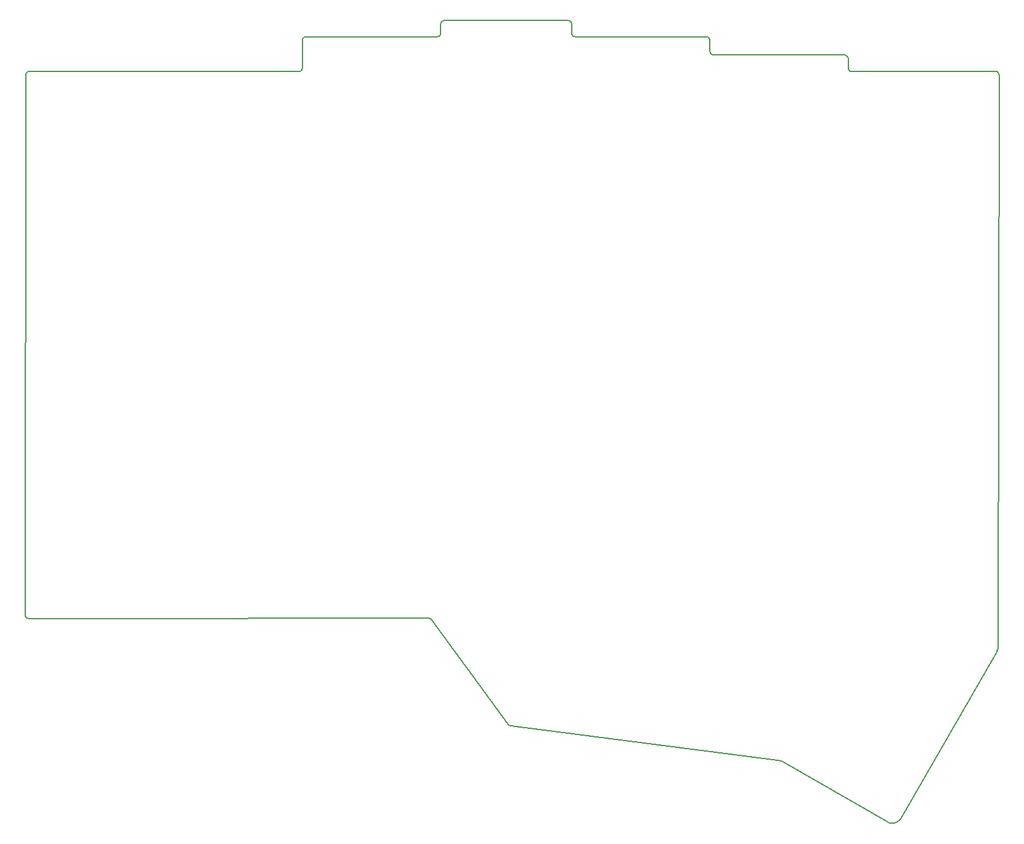
<source format=gm1>
G04 #@! TF.GenerationSoftware,KiCad,Pcbnew,8.0.5*
G04 #@! TF.CreationDate,2024-10-13T19:50:00+02:00*
G04 #@! TF.ProjectId,corne-backplate,636f726e-652d-4626-9163-6b706c617465,2.0*
G04 #@! TF.SameCoordinates,Original*
G04 #@! TF.FileFunction,Profile,NP*
%FSLAX46Y46*%
G04 Gerber Fmt 4.6, Leading zero omitted, Abs format (unit mm)*
G04 Created by KiCad (PCBNEW 8.0.5) date 2024-10-13 19:50:00*
%MOMM*%
%LPD*%
G01*
G04 APERTURE LIST*
G04 #@! TA.AperFunction,Profile*
%ADD10C,0.200000*%
G04 #@! TD*
G04 APERTURE END LIST*
D10*
X125959253Y-36781358D02*
X126060853Y-36880418D01*
X68612790Y-112377582D02*
X68495950Y-112291222D01*
X87658631Y-30078304D02*
X87529091Y-30009724D01*
X50760087Y-36778818D02*
X50831207Y-36649278D01*
X88059951Y-32130622D02*
X88192030Y-32201742D01*
X146481122Y-116231282D02*
X146498902Y-116048402D01*
X79420479Y-126972407D02*
X79509379Y-126980027D01*
X88192030Y-32201742D02*
X88359670Y-32229682D01*
X146402383Y-116551322D02*
X146448102Y-116396382D01*
X132257507Y-140332794D02*
X132409907Y-140281994D01*
X133057606Y-139761295D02*
X146283373Y-116827657D01*
X50831207Y-36649278D02*
X50859147Y-36481638D01*
X106360632Y-32229682D02*
X100411958Y-32229682D01*
X50889627Y-32562422D02*
X50859147Y-32730062D01*
X125860193Y-36479098D02*
X125890673Y-36651818D01*
X87358911Y-29979244D02*
X87358911Y-29979244D01*
X87859291Y-30479624D02*
X87831351Y-30309444D01*
X131901907Y-140378514D02*
X132089867Y-140365814D01*
X50358768Y-36979478D02*
X50531488Y-36951538D01*
X116512062Y-131798403D02*
X116339342Y-131770463D01*
X131393908Y-140279454D02*
X131546307Y-140330254D01*
X12859845Y-112029602D02*
X12961445Y-112131202D01*
X107061672Y-34629980D02*
X107191212Y-34701100D01*
X13188444Y-37009958D02*
X13058905Y-37081077D01*
X68495950Y-112291222D02*
X68348630Y-112237882D01*
X132887056Y-139959939D02*
X132983576Y-139850719D01*
X146507833Y-37180137D02*
X146408773Y-37078537D01*
X51359527Y-32229682D02*
X51189347Y-32260162D01*
X68348630Y-112237882D02*
X68259730Y-112210000D01*
X69860868Y-31729303D02*
X69860868Y-31729303D01*
X12959845Y-37182677D02*
X12888725Y-37312217D01*
X87529091Y-30009724D02*
X87358911Y-29979244D01*
X62411056Y-32229682D02*
X51359527Y-32229682D01*
X69959928Y-30182444D02*
X69888808Y-30311984D01*
X132539076Y-140219018D02*
X132666076Y-140145358D01*
X69860868Y-30479624D02*
X69858328Y-31729303D01*
X70188528Y-30009724D02*
X70058988Y-30080844D01*
X68612790Y-112377582D02*
X79156319Y-126832708D01*
X87889771Y-31902023D02*
X87960891Y-32031562D01*
X87859291Y-31729303D02*
X87859291Y-30479624D01*
X69660209Y-32130622D02*
X69761809Y-32029022D01*
X70058988Y-30080844D02*
X69959928Y-30182444D01*
X88359670Y-32229682D02*
X88359670Y-32229682D01*
X132983576Y-139850719D02*
X133044536Y-139766899D01*
X106759412Y-32430342D02*
X106657812Y-32328742D01*
X146276693Y-37009958D02*
X146109053Y-36979478D01*
X125527454Y-34759520D02*
X125359814Y-34729040D01*
X69888808Y-30311984D02*
X69860868Y-30479624D01*
X146410373Y-116550798D02*
X146458633Y-116393318D01*
X146283373Y-116827657D02*
X146351953Y-116693038D01*
X13261164Y-112230262D02*
X13261164Y-112230262D01*
X146498902Y-116048402D02*
X146501442Y-115954422D01*
X106960072Y-34530920D02*
X107061672Y-34629980D01*
X69860868Y-30479624D02*
X69860868Y-30479624D01*
X126060853Y-36880418D02*
X126190393Y-36951538D01*
X87358911Y-29979244D02*
X70358708Y-29979244D01*
X13058905Y-37081077D02*
X12959845Y-37182677D01*
X68259730Y-112210000D02*
X62300896Y-112210000D01*
X146351953Y-116693038D02*
X146410373Y-116550798D01*
X146509433Y-116040258D02*
X146509433Y-115956438D01*
X51059807Y-32331282D02*
X50958207Y-32432882D01*
X106830532Y-32559882D02*
X106759412Y-32430342D01*
X132905206Y-139951795D02*
X132999186Y-139842575D01*
X132246976Y-140333318D02*
X132401916Y-140282518D01*
X132782916Y-140058999D02*
X132887056Y-139959939D01*
X132554686Y-140215954D02*
X132679146Y-140142294D01*
X87859291Y-31729303D02*
X87889771Y-31902023D01*
X13472500Y-36979478D02*
X13188444Y-37009958D01*
X100411958Y-32229682D02*
X88359670Y-32229682D01*
X12860785Y-37479857D02*
X12760785Y-111729883D01*
X79509379Y-126980027D02*
X116179323Y-131750143D01*
X131129748Y-140142294D02*
X131254208Y-140215954D01*
X131246217Y-140216478D02*
X131383377Y-140279978D01*
X132666076Y-140145358D02*
X132782916Y-140058999D01*
X50859147Y-36481638D02*
X50859147Y-36479098D01*
X146609433Y-37479857D02*
X146509433Y-115956438D01*
X131891377Y-140379038D02*
X132079337Y-140366338D01*
X69830389Y-31899483D02*
X69860868Y-31729303D01*
X107191212Y-34701100D02*
X107358851Y-34729040D01*
X70358708Y-29979244D02*
X70188528Y-30009724D01*
X50958207Y-32432882D02*
X50889627Y-32562422D01*
X69761809Y-32029022D02*
X69830389Y-31899483D01*
X126360573Y-36979478D02*
X126360573Y-36979478D01*
X106888952Y-34401380D02*
X106960072Y-34530920D01*
X116834642Y-131879683D02*
X116677162Y-131836503D01*
X116677162Y-131836503D02*
X116512062Y-131798403D01*
X146491653Y-116225678D02*
X146509433Y-116040258D01*
X106861012Y-34231200D02*
X106861012Y-32730062D01*
X116339342Y-131770463D02*
X116179323Y-131750143D01*
X131713947Y-140365814D02*
X131901907Y-140378514D01*
X125359814Y-34729040D02*
X107358851Y-34729040D01*
X125860193Y-35229419D02*
X125829713Y-35059239D01*
X69530669Y-32201742D02*
X69660209Y-32130622D01*
X125890673Y-36651818D02*
X125959253Y-36781358D01*
X146578953Y-37309677D02*
X146507833Y-37180137D01*
X106657812Y-32328742D02*
X106528272Y-32260162D01*
X79156319Y-126832708D02*
X79270619Y-126919068D01*
X146609433Y-37479857D02*
X146578953Y-37309677D01*
X132079337Y-140366338D02*
X132246976Y-140333318D01*
X132679146Y-140142294D02*
X132801066Y-140048315D01*
X132089867Y-140365814D02*
X132257507Y-140332794D01*
X50661027Y-36880418D02*
X50760087Y-36778818D01*
X131546307Y-140330254D02*
X131713947Y-140365814D01*
X132801066Y-140048315D02*
X132905206Y-139951795D01*
X87831351Y-30309444D02*
X87760231Y-30179904D01*
X12961445Y-112131202D02*
X13090984Y-112199782D01*
X146458633Y-116393318D02*
X146491653Y-116225678D01*
X132401916Y-140282518D02*
X132539076Y-140219018D01*
X146341423Y-116696102D02*
X146402383Y-116551322D01*
X79270619Y-126919068D02*
X79420479Y-126972407D01*
X131703417Y-140363798D02*
X131891377Y-140379038D01*
X125758593Y-34929700D02*
X125659533Y-34830640D01*
X131119218Y-140140278D02*
X131246217Y-140216478D01*
X50859147Y-32730062D02*
X50859147Y-36479098D01*
X125860193Y-35229419D02*
X125860193Y-36479098D01*
X106861012Y-34231200D02*
X106888952Y-34401380D01*
X24310153Y-112235342D02*
X62300896Y-112210000D01*
X50531488Y-36951538D02*
X50661027Y-36880418D01*
X12760785Y-111729883D02*
X12788725Y-111900062D01*
X125829713Y-35059239D02*
X125758593Y-34929700D01*
X125659533Y-34830640D02*
X125527454Y-34759520D01*
X12788725Y-111900062D02*
X12859845Y-112029602D01*
X51189347Y-32260162D02*
X51059807Y-32331282D01*
X12860785Y-37479857D02*
X12860785Y-37479857D01*
X13090984Y-112199782D02*
X13261164Y-112230262D01*
X50358768Y-36979478D02*
X13472500Y-36979478D01*
X69360489Y-32229682D02*
X69530669Y-32201742D01*
X133055066Y-139766375D02*
X133057606Y-139761295D01*
X131254208Y-140215954D02*
X131393908Y-140279454D01*
X116834642Y-131879683D02*
X131129748Y-140142294D01*
X87760231Y-30179904D02*
X87658631Y-30078304D01*
X131535777Y-140330778D02*
X131703417Y-140363798D01*
X146272843Y-116828181D02*
X146341423Y-116696102D01*
X132409907Y-140281994D02*
X132554686Y-140215954D01*
X133044536Y-139766899D02*
X133049616Y-139761819D01*
X146408773Y-37078537D02*
X146276693Y-37009958D01*
X146109053Y-36979478D02*
X126360573Y-36979478D01*
X24310153Y-112235342D02*
X13261164Y-112230262D01*
X132999186Y-139842575D02*
X133055066Y-139766375D01*
X131383377Y-140279978D02*
X131535777Y-140330778D01*
X106861012Y-32730062D02*
X106830532Y-32559882D01*
X12888725Y-37312217D02*
X12860785Y-37479857D01*
X146448102Y-116396382D02*
X146481122Y-116231282D01*
X126190393Y-36951538D02*
X126360573Y-36979478D01*
X106528272Y-32260162D02*
X106360632Y-32229682D01*
X87960891Y-32031562D02*
X88059951Y-32130622D01*
X69360489Y-32229682D02*
X62411056Y-32229682D01*
M02*

</source>
